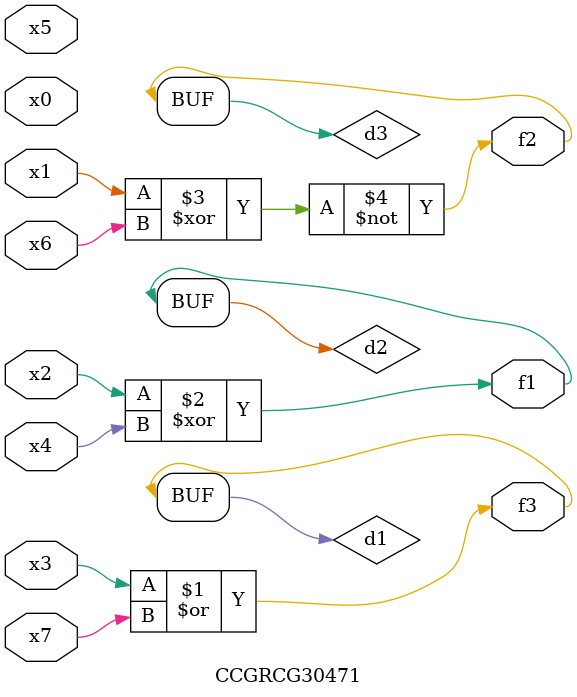
<source format=v>
module CCGRCG30471(
	input x0, x1, x2, x3, x4, x5, x6, x7,
	output f1, f2, f3
);

	wire d1, d2, d3;

	or (d1, x3, x7);
	xor (d2, x2, x4);
	xnor (d3, x1, x6);
	assign f1 = d2;
	assign f2 = d3;
	assign f3 = d1;
endmodule

</source>
